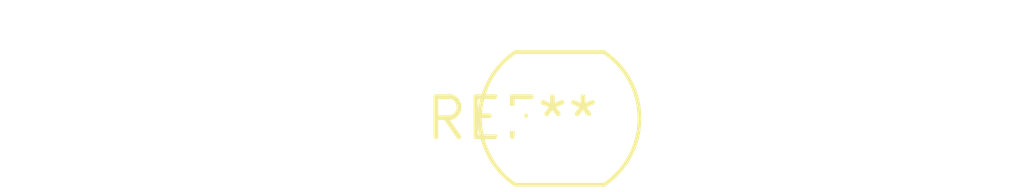
<source format=kicad_pcb>
(kicad_pcb (version 20240108) (generator pcbnew)
  (layers (0 "F.Cu" signal) (31 "B.Cu" signal) (34 "B.Paste" user) (35 "F.Paste" user) (36 "B.SilkS" user "B.Silkscreen") (37 "F.SilkS" user "F.Silkscreen") (38 "B.Mask" user) (39 "F.Mask" user) (44 "Edge.Cuts" user))
  (net 0 "")
  (footprint "R_LDR_5.0x4.1mm_P3mm_Vertical" (layer "F.Cu") (at 0 0)
    (property "Reference" "REF**")
    (property "Value" "R_LDR_5.0x4.1mm_P3mm_Vertical")
    (fp_line (start 0.1 -2.1) (end 2.9 -2.1) (layer "F.SilkS") (stroke (width 0.12)))
    (fp_line (start 0.1 2.1) (end 2.9 2.1) (layer "F.SilkS") (stroke (width 0.12)))
    (fp_arc (start 0.1 2.1) (mid -1.023872 -0.008372) (end 0.113963 -2.109242) (layer "F.SilkS") (stroke (width 0.12)))
    (fp_arc (start 2.9 -2.1) (mid 4.023872 0.008372) (end 2.886037 2.109242) (layer "F.SilkS") (stroke (width 0.12)))
    (pad "1" thru_hole circle (at 0 0) (size 1.6 1.6) (drill 0.8) (layers *.Cu *.Mask) (remove_unused_layers))
    (pad "2" thru_hole circle (at 3 0) (size 1.6 1.6) (drill 0.8) (layers *.Cu *.Mask) (remove_unused_layers))
  )
)
</source>
